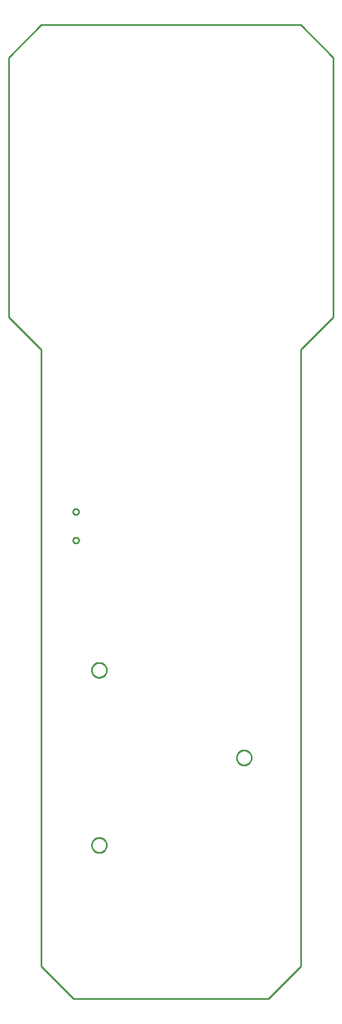
<source format=gbr>
G04 EAGLE Gerber RS-274X export*
G75*
%MOMM*%
%FSLAX34Y34*%
%LPD*%
%IN*%
%IPPOS*%
%AMOC8*
5,1,8,0,0,1.08239X$1,22.5*%
G01*
%ADD10C,0.000000*%
%ADD11C,0.254000*%


D10*
X400000Y1500000D02*
X0Y1500000D01*
X0Y1000000D02*
X0Y50000D01*
X0Y1000000D02*
X-50000Y1050000D01*
X-50000Y1450000D01*
X0Y1500000D01*
X400000Y1000000D02*
X400000Y50000D01*
X400000Y1000000D02*
X450000Y1050000D01*
X450000Y1450000D02*
X400000Y1500000D01*
X450000Y1450000D02*
X450000Y1050000D01*
X0Y50000D02*
X50000Y0D01*
X350000Y0D02*
X400000Y50000D01*
X350000Y0D02*
X50000Y0D01*
X301150Y371388D02*
X301153Y371669D01*
X301164Y371950D01*
X301181Y372230D01*
X301205Y372510D01*
X301236Y372790D01*
X301274Y373068D01*
X301319Y373346D01*
X301370Y373622D01*
X301428Y373897D01*
X301493Y374170D01*
X301565Y374442D01*
X301643Y374712D01*
X301728Y374980D01*
X301819Y375245D01*
X301917Y375509D01*
X302022Y375770D01*
X302132Y376028D01*
X302249Y376284D01*
X302373Y376536D01*
X302502Y376785D01*
X302638Y377032D01*
X302779Y377274D01*
X302926Y377514D01*
X303080Y377749D01*
X303239Y377981D01*
X303403Y378209D01*
X303573Y378432D01*
X303749Y378652D01*
X303930Y378867D01*
X304116Y379077D01*
X304307Y379283D01*
X304504Y379484D01*
X304705Y379681D01*
X304911Y379872D01*
X305121Y380058D01*
X305336Y380239D01*
X305556Y380415D01*
X305779Y380585D01*
X306007Y380749D01*
X306239Y380908D01*
X306474Y381062D01*
X306714Y381209D01*
X306956Y381350D01*
X307203Y381486D01*
X307452Y381615D01*
X307704Y381739D01*
X307960Y381856D01*
X308218Y381966D01*
X308479Y382071D01*
X308743Y382169D01*
X309008Y382260D01*
X309276Y382345D01*
X309546Y382423D01*
X309818Y382495D01*
X310091Y382560D01*
X310366Y382618D01*
X310642Y382669D01*
X310920Y382714D01*
X311198Y382752D01*
X311478Y382783D01*
X311758Y382807D01*
X312038Y382824D01*
X312319Y382835D01*
X312600Y382838D01*
X312881Y382835D01*
X313162Y382824D01*
X313442Y382807D01*
X313722Y382783D01*
X314002Y382752D01*
X314280Y382714D01*
X314558Y382669D01*
X314834Y382618D01*
X315109Y382560D01*
X315382Y382495D01*
X315654Y382423D01*
X315924Y382345D01*
X316192Y382260D01*
X316457Y382169D01*
X316721Y382071D01*
X316982Y381966D01*
X317240Y381856D01*
X317496Y381739D01*
X317748Y381615D01*
X317997Y381486D01*
X318244Y381350D01*
X318486Y381209D01*
X318726Y381062D01*
X318961Y380908D01*
X319193Y380749D01*
X319421Y380585D01*
X319644Y380415D01*
X319864Y380239D01*
X320079Y380058D01*
X320289Y379872D01*
X320495Y379681D01*
X320696Y379484D01*
X320893Y379283D01*
X321084Y379077D01*
X321270Y378867D01*
X321451Y378652D01*
X321627Y378432D01*
X321797Y378209D01*
X321961Y377981D01*
X322120Y377749D01*
X322274Y377514D01*
X322421Y377274D01*
X322562Y377032D01*
X322698Y376785D01*
X322827Y376536D01*
X322951Y376284D01*
X323068Y376028D01*
X323178Y375770D01*
X323283Y375509D01*
X323381Y375245D01*
X323472Y374980D01*
X323557Y374712D01*
X323635Y374442D01*
X323707Y374170D01*
X323772Y373897D01*
X323830Y373622D01*
X323881Y373346D01*
X323926Y373068D01*
X323964Y372790D01*
X323995Y372510D01*
X324019Y372230D01*
X324036Y371950D01*
X324047Y371669D01*
X324050Y371388D01*
X324047Y371107D01*
X324036Y370826D01*
X324019Y370546D01*
X323995Y370266D01*
X323964Y369986D01*
X323926Y369708D01*
X323881Y369430D01*
X323830Y369154D01*
X323772Y368879D01*
X323707Y368606D01*
X323635Y368334D01*
X323557Y368064D01*
X323472Y367796D01*
X323381Y367531D01*
X323283Y367267D01*
X323178Y367006D01*
X323068Y366748D01*
X322951Y366492D01*
X322827Y366240D01*
X322698Y365991D01*
X322562Y365744D01*
X322421Y365502D01*
X322274Y365262D01*
X322120Y365027D01*
X321961Y364795D01*
X321797Y364567D01*
X321627Y364344D01*
X321451Y364124D01*
X321270Y363909D01*
X321084Y363699D01*
X320893Y363493D01*
X320696Y363292D01*
X320495Y363095D01*
X320289Y362904D01*
X320079Y362718D01*
X319864Y362537D01*
X319644Y362361D01*
X319421Y362191D01*
X319193Y362027D01*
X318961Y361868D01*
X318726Y361714D01*
X318486Y361567D01*
X318244Y361426D01*
X317997Y361290D01*
X317748Y361161D01*
X317496Y361037D01*
X317240Y360920D01*
X316982Y360810D01*
X316721Y360705D01*
X316457Y360607D01*
X316192Y360516D01*
X315924Y360431D01*
X315654Y360353D01*
X315382Y360281D01*
X315109Y360216D01*
X314834Y360158D01*
X314558Y360107D01*
X314280Y360062D01*
X314002Y360024D01*
X313722Y359993D01*
X313442Y359969D01*
X313162Y359952D01*
X312881Y359941D01*
X312600Y359938D01*
X312319Y359941D01*
X312038Y359952D01*
X311758Y359969D01*
X311478Y359993D01*
X311198Y360024D01*
X310920Y360062D01*
X310642Y360107D01*
X310366Y360158D01*
X310091Y360216D01*
X309818Y360281D01*
X309546Y360353D01*
X309276Y360431D01*
X309008Y360516D01*
X308743Y360607D01*
X308479Y360705D01*
X308218Y360810D01*
X307960Y360920D01*
X307704Y361037D01*
X307452Y361161D01*
X307203Y361290D01*
X306956Y361426D01*
X306714Y361567D01*
X306474Y361714D01*
X306239Y361868D01*
X306007Y362027D01*
X305779Y362191D01*
X305556Y362361D01*
X305336Y362537D01*
X305121Y362718D01*
X304911Y362904D01*
X304705Y363095D01*
X304504Y363292D01*
X304307Y363493D01*
X304116Y363699D01*
X303930Y363909D01*
X303749Y364124D01*
X303573Y364344D01*
X303403Y364567D01*
X303239Y364795D01*
X303080Y365027D01*
X302926Y365262D01*
X302779Y365502D01*
X302638Y365744D01*
X302502Y365991D01*
X302373Y366240D01*
X302249Y366492D01*
X302132Y366748D01*
X302022Y367006D01*
X301917Y367267D01*
X301819Y367531D01*
X301728Y367796D01*
X301643Y368064D01*
X301565Y368334D01*
X301493Y368606D01*
X301428Y368879D01*
X301370Y369154D01*
X301319Y369430D01*
X301274Y369708D01*
X301236Y369986D01*
X301205Y370266D01*
X301181Y370546D01*
X301164Y370826D01*
X301153Y371107D01*
X301150Y371388D01*
X77650Y506288D02*
X77653Y506569D01*
X77664Y506850D01*
X77681Y507130D01*
X77705Y507410D01*
X77736Y507690D01*
X77774Y507968D01*
X77819Y508246D01*
X77870Y508522D01*
X77928Y508797D01*
X77993Y509070D01*
X78065Y509342D01*
X78143Y509612D01*
X78228Y509880D01*
X78319Y510145D01*
X78417Y510409D01*
X78522Y510670D01*
X78632Y510928D01*
X78749Y511184D01*
X78873Y511436D01*
X79002Y511685D01*
X79138Y511932D01*
X79279Y512174D01*
X79426Y512414D01*
X79580Y512649D01*
X79739Y512881D01*
X79903Y513109D01*
X80073Y513332D01*
X80249Y513552D01*
X80430Y513767D01*
X80616Y513977D01*
X80807Y514183D01*
X81004Y514384D01*
X81205Y514581D01*
X81411Y514772D01*
X81621Y514958D01*
X81836Y515139D01*
X82056Y515315D01*
X82279Y515485D01*
X82507Y515649D01*
X82739Y515808D01*
X82974Y515962D01*
X83214Y516109D01*
X83456Y516250D01*
X83703Y516386D01*
X83952Y516515D01*
X84204Y516639D01*
X84460Y516756D01*
X84718Y516866D01*
X84979Y516971D01*
X85243Y517069D01*
X85508Y517160D01*
X85776Y517245D01*
X86046Y517323D01*
X86318Y517395D01*
X86591Y517460D01*
X86866Y517518D01*
X87142Y517569D01*
X87420Y517614D01*
X87698Y517652D01*
X87978Y517683D01*
X88258Y517707D01*
X88538Y517724D01*
X88819Y517735D01*
X89100Y517738D01*
X89381Y517735D01*
X89662Y517724D01*
X89942Y517707D01*
X90222Y517683D01*
X90502Y517652D01*
X90780Y517614D01*
X91058Y517569D01*
X91334Y517518D01*
X91609Y517460D01*
X91882Y517395D01*
X92154Y517323D01*
X92424Y517245D01*
X92692Y517160D01*
X92957Y517069D01*
X93221Y516971D01*
X93482Y516866D01*
X93740Y516756D01*
X93996Y516639D01*
X94248Y516515D01*
X94497Y516386D01*
X94744Y516250D01*
X94986Y516109D01*
X95226Y515962D01*
X95461Y515808D01*
X95693Y515649D01*
X95921Y515485D01*
X96144Y515315D01*
X96364Y515139D01*
X96579Y514958D01*
X96789Y514772D01*
X96995Y514581D01*
X97196Y514384D01*
X97393Y514183D01*
X97584Y513977D01*
X97770Y513767D01*
X97951Y513552D01*
X98127Y513332D01*
X98297Y513109D01*
X98461Y512881D01*
X98620Y512649D01*
X98774Y512414D01*
X98921Y512174D01*
X99062Y511932D01*
X99198Y511685D01*
X99327Y511436D01*
X99451Y511184D01*
X99568Y510928D01*
X99678Y510670D01*
X99783Y510409D01*
X99881Y510145D01*
X99972Y509880D01*
X100057Y509612D01*
X100135Y509342D01*
X100207Y509070D01*
X100272Y508797D01*
X100330Y508522D01*
X100381Y508246D01*
X100426Y507968D01*
X100464Y507690D01*
X100495Y507410D01*
X100519Y507130D01*
X100536Y506850D01*
X100547Y506569D01*
X100550Y506288D01*
X100547Y506007D01*
X100536Y505726D01*
X100519Y505446D01*
X100495Y505166D01*
X100464Y504886D01*
X100426Y504608D01*
X100381Y504330D01*
X100330Y504054D01*
X100272Y503779D01*
X100207Y503506D01*
X100135Y503234D01*
X100057Y502964D01*
X99972Y502696D01*
X99881Y502431D01*
X99783Y502167D01*
X99678Y501906D01*
X99568Y501648D01*
X99451Y501392D01*
X99327Y501140D01*
X99198Y500891D01*
X99062Y500644D01*
X98921Y500402D01*
X98774Y500162D01*
X98620Y499927D01*
X98461Y499695D01*
X98297Y499467D01*
X98127Y499244D01*
X97951Y499024D01*
X97770Y498809D01*
X97584Y498599D01*
X97393Y498393D01*
X97196Y498192D01*
X96995Y497995D01*
X96789Y497804D01*
X96579Y497618D01*
X96364Y497437D01*
X96144Y497261D01*
X95921Y497091D01*
X95693Y496927D01*
X95461Y496768D01*
X95226Y496614D01*
X94986Y496467D01*
X94744Y496326D01*
X94497Y496190D01*
X94248Y496061D01*
X93996Y495937D01*
X93740Y495820D01*
X93482Y495710D01*
X93221Y495605D01*
X92957Y495507D01*
X92692Y495416D01*
X92424Y495331D01*
X92154Y495253D01*
X91882Y495181D01*
X91609Y495116D01*
X91334Y495058D01*
X91058Y495007D01*
X90780Y494962D01*
X90502Y494924D01*
X90222Y494893D01*
X89942Y494869D01*
X89662Y494852D01*
X89381Y494841D01*
X89100Y494838D01*
X88819Y494841D01*
X88538Y494852D01*
X88258Y494869D01*
X87978Y494893D01*
X87698Y494924D01*
X87420Y494962D01*
X87142Y495007D01*
X86866Y495058D01*
X86591Y495116D01*
X86318Y495181D01*
X86046Y495253D01*
X85776Y495331D01*
X85508Y495416D01*
X85243Y495507D01*
X84979Y495605D01*
X84718Y495710D01*
X84460Y495820D01*
X84204Y495937D01*
X83952Y496061D01*
X83703Y496190D01*
X83456Y496326D01*
X83214Y496467D01*
X82974Y496614D01*
X82739Y496768D01*
X82507Y496927D01*
X82279Y497091D01*
X82056Y497261D01*
X81836Y497437D01*
X81621Y497618D01*
X81411Y497804D01*
X81205Y497995D01*
X81004Y498192D01*
X80807Y498393D01*
X80616Y498599D01*
X80430Y498809D01*
X80249Y499024D01*
X80073Y499244D01*
X79903Y499467D01*
X79739Y499695D01*
X79580Y499927D01*
X79426Y500162D01*
X79279Y500402D01*
X79138Y500644D01*
X79002Y500891D01*
X78873Y501140D01*
X78749Y501392D01*
X78632Y501648D01*
X78522Y501906D01*
X78417Y502167D01*
X78319Y502431D01*
X78228Y502696D01*
X78143Y502964D01*
X78065Y503234D01*
X77993Y503506D01*
X77928Y503779D01*
X77870Y504054D01*
X77819Y504330D01*
X77774Y504608D01*
X77736Y504886D01*
X77705Y505166D01*
X77681Y505446D01*
X77664Y505726D01*
X77653Y506007D01*
X77650Y506288D01*
X77650Y236588D02*
X77653Y236869D01*
X77664Y237150D01*
X77681Y237430D01*
X77705Y237710D01*
X77736Y237990D01*
X77774Y238268D01*
X77819Y238546D01*
X77870Y238822D01*
X77928Y239097D01*
X77993Y239370D01*
X78065Y239642D01*
X78143Y239912D01*
X78228Y240180D01*
X78319Y240445D01*
X78417Y240709D01*
X78522Y240970D01*
X78632Y241228D01*
X78749Y241484D01*
X78873Y241736D01*
X79002Y241985D01*
X79138Y242232D01*
X79279Y242474D01*
X79426Y242714D01*
X79580Y242949D01*
X79739Y243181D01*
X79903Y243409D01*
X80073Y243632D01*
X80249Y243852D01*
X80430Y244067D01*
X80616Y244277D01*
X80807Y244483D01*
X81004Y244684D01*
X81205Y244881D01*
X81411Y245072D01*
X81621Y245258D01*
X81836Y245439D01*
X82056Y245615D01*
X82279Y245785D01*
X82507Y245949D01*
X82739Y246108D01*
X82974Y246262D01*
X83214Y246409D01*
X83456Y246550D01*
X83703Y246686D01*
X83952Y246815D01*
X84204Y246939D01*
X84460Y247056D01*
X84718Y247166D01*
X84979Y247271D01*
X85243Y247369D01*
X85508Y247460D01*
X85776Y247545D01*
X86046Y247623D01*
X86318Y247695D01*
X86591Y247760D01*
X86866Y247818D01*
X87142Y247869D01*
X87420Y247914D01*
X87698Y247952D01*
X87978Y247983D01*
X88258Y248007D01*
X88538Y248024D01*
X88819Y248035D01*
X89100Y248038D01*
X89381Y248035D01*
X89662Y248024D01*
X89942Y248007D01*
X90222Y247983D01*
X90502Y247952D01*
X90780Y247914D01*
X91058Y247869D01*
X91334Y247818D01*
X91609Y247760D01*
X91882Y247695D01*
X92154Y247623D01*
X92424Y247545D01*
X92692Y247460D01*
X92957Y247369D01*
X93221Y247271D01*
X93482Y247166D01*
X93740Y247056D01*
X93996Y246939D01*
X94248Y246815D01*
X94497Y246686D01*
X94744Y246550D01*
X94986Y246409D01*
X95226Y246262D01*
X95461Y246108D01*
X95693Y245949D01*
X95921Y245785D01*
X96144Y245615D01*
X96364Y245439D01*
X96579Y245258D01*
X96789Y245072D01*
X96995Y244881D01*
X97196Y244684D01*
X97393Y244483D01*
X97584Y244277D01*
X97770Y244067D01*
X97951Y243852D01*
X98127Y243632D01*
X98297Y243409D01*
X98461Y243181D01*
X98620Y242949D01*
X98774Y242714D01*
X98921Y242474D01*
X99062Y242232D01*
X99198Y241985D01*
X99327Y241736D01*
X99451Y241484D01*
X99568Y241228D01*
X99678Y240970D01*
X99783Y240709D01*
X99881Y240445D01*
X99972Y240180D01*
X100057Y239912D01*
X100135Y239642D01*
X100207Y239370D01*
X100272Y239097D01*
X100330Y238822D01*
X100381Y238546D01*
X100426Y238268D01*
X100464Y237990D01*
X100495Y237710D01*
X100519Y237430D01*
X100536Y237150D01*
X100547Y236869D01*
X100550Y236588D01*
X100547Y236307D01*
X100536Y236026D01*
X100519Y235746D01*
X100495Y235466D01*
X100464Y235186D01*
X100426Y234908D01*
X100381Y234630D01*
X100330Y234354D01*
X100272Y234079D01*
X100207Y233806D01*
X100135Y233534D01*
X100057Y233264D01*
X99972Y232996D01*
X99881Y232731D01*
X99783Y232467D01*
X99678Y232206D01*
X99568Y231948D01*
X99451Y231692D01*
X99327Y231440D01*
X99198Y231191D01*
X99062Y230944D01*
X98921Y230702D01*
X98774Y230462D01*
X98620Y230227D01*
X98461Y229995D01*
X98297Y229767D01*
X98127Y229544D01*
X97951Y229324D01*
X97770Y229109D01*
X97584Y228899D01*
X97393Y228693D01*
X97196Y228492D01*
X96995Y228295D01*
X96789Y228104D01*
X96579Y227918D01*
X96364Y227737D01*
X96144Y227561D01*
X95921Y227391D01*
X95693Y227227D01*
X95461Y227068D01*
X95226Y226914D01*
X94986Y226767D01*
X94744Y226626D01*
X94497Y226490D01*
X94248Y226361D01*
X93996Y226237D01*
X93740Y226120D01*
X93482Y226010D01*
X93221Y225905D01*
X92957Y225807D01*
X92692Y225716D01*
X92424Y225631D01*
X92154Y225553D01*
X91882Y225481D01*
X91609Y225416D01*
X91334Y225358D01*
X91058Y225307D01*
X90780Y225262D01*
X90502Y225224D01*
X90222Y225193D01*
X89942Y225169D01*
X89662Y225152D01*
X89381Y225141D01*
X89100Y225138D01*
X88819Y225141D01*
X88538Y225152D01*
X88258Y225169D01*
X87978Y225193D01*
X87698Y225224D01*
X87420Y225262D01*
X87142Y225307D01*
X86866Y225358D01*
X86591Y225416D01*
X86318Y225481D01*
X86046Y225553D01*
X85776Y225631D01*
X85508Y225716D01*
X85243Y225807D01*
X84979Y225905D01*
X84718Y226010D01*
X84460Y226120D01*
X84204Y226237D01*
X83952Y226361D01*
X83703Y226490D01*
X83456Y226626D01*
X83214Y226767D01*
X82974Y226914D01*
X82739Y227068D01*
X82507Y227227D01*
X82279Y227391D01*
X82056Y227561D01*
X81836Y227737D01*
X81621Y227918D01*
X81411Y228104D01*
X81205Y228295D01*
X81004Y228492D01*
X80807Y228693D01*
X80616Y228899D01*
X80430Y229109D01*
X80249Y229324D01*
X80073Y229544D01*
X79903Y229767D01*
X79739Y229995D01*
X79580Y230227D01*
X79426Y230462D01*
X79279Y230702D01*
X79138Y230944D01*
X79002Y231191D01*
X78873Y231440D01*
X78749Y231692D01*
X78632Y231948D01*
X78522Y232206D01*
X78417Y232467D01*
X78319Y232731D01*
X78228Y232996D01*
X78143Y233264D01*
X78065Y233534D01*
X77993Y233806D01*
X77928Y234079D01*
X77870Y234354D01*
X77819Y234630D01*
X77774Y234908D01*
X77736Y235186D01*
X77705Y235466D01*
X77681Y235746D01*
X77664Y236026D01*
X77653Y236307D01*
X77650Y236588D01*
X48840Y706218D02*
X48842Y706352D01*
X48848Y706486D01*
X48858Y706619D01*
X48872Y706753D01*
X48890Y706886D01*
X48912Y707018D01*
X48937Y707149D01*
X48967Y707280D01*
X49001Y707410D01*
X49038Y707538D01*
X49079Y707666D01*
X49124Y707792D01*
X49173Y707917D01*
X49225Y708040D01*
X49281Y708162D01*
X49341Y708282D01*
X49404Y708400D01*
X49471Y708516D01*
X49541Y708630D01*
X49615Y708742D01*
X49692Y708852D01*
X49772Y708960D01*
X49855Y709065D01*
X49941Y709167D01*
X50030Y709267D01*
X50123Y709364D01*
X50218Y709459D01*
X50316Y709550D01*
X50416Y709639D01*
X50519Y709724D01*
X50625Y709807D01*
X50733Y709886D01*
X50843Y709962D01*
X50956Y710035D01*
X51071Y710104D01*
X51187Y710170D01*
X51306Y710232D01*
X51426Y710291D01*
X51549Y710346D01*
X51672Y710398D01*
X51797Y710445D01*
X51924Y710489D01*
X52052Y710530D01*
X52181Y710566D01*
X52311Y710599D01*
X52442Y710627D01*
X52573Y710652D01*
X52706Y710673D01*
X52839Y710690D01*
X52972Y710703D01*
X53106Y710712D01*
X53240Y710717D01*
X53374Y710718D01*
X53507Y710715D01*
X53641Y710708D01*
X53775Y710697D01*
X53908Y710682D01*
X54041Y710663D01*
X54173Y710640D01*
X54304Y710614D01*
X54434Y710583D01*
X54564Y710548D01*
X54692Y710510D01*
X54819Y710468D01*
X54945Y710422D01*
X55070Y710372D01*
X55193Y710319D01*
X55314Y710262D01*
X55434Y710201D01*
X55551Y710137D01*
X55667Y710070D01*
X55781Y709999D01*
X55892Y709924D01*
X56001Y709847D01*
X56108Y709766D01*
X56213Y709682D01*
X56314Y709595D01*
X56414Y709505D01*
X56510Y709412D01*
X56604Y709316D01*
X56695Y709217D01*
X56782Y709116D01*
X56867Y709012D01*
X56949Y708906D01*
X57027Y708798D01*
X57102Y708687D01*
X57174Y708574D01*
X57243Y708458D01*
X57308Y708341D01*
X57369Y708222D01*
X57427Y708101D01*
X57481Y707979D01*
X57532Y707855D01*
X57579Y707729D01*
X57622Y707602D01*
X57661Y707474D01*
X57697Y707345D01*
X57728Y707215D01*
X57756Y707084D01*
X57780Y706952D01*
X57800Y706819D01*
X57816Y706686D01*
X57828Y706553D01*
X57836Y706419D01*
X57840Y706285D01*
X57840Y706151D01*
X57836Y706017D01*
X57828Y705883D01*
X57816Y705750D01*
X57800Y705617D01*
X57780Y705484D01*
X57756Y705352D01*
X57728Y705221D01*
X57697Y705091D01*
X57661Y704962D01*
X57622Y704834D01*
X57579Y704707D01*
X57532Y704581D01*
X57481Y704457D01*
X57427Y704335D01*
X57369Y704214D01*
X57308Y704095D01*
X57243Y703978D01*
X57174Y703862D01*
X57102Y703749D01*
X57027Y703638D01*
X56949Y703530D01*
X56867Y703424D01*
X56782Y703320D01*
X56695Y703219D01*
X56604Y703120D01*
X56510Y703024D01*
X56414Y702931D01*
X56314Y702841D01*
X56213Y702754D01*
X56108Y702670D01*
X56001Y702589D01*
X55892Y702512D01*
X55781Y702437D01*
X55667Y702366D01*
X55551Y702299D01*
X55434Y702235D01*
X55314Y702174D01*
X55193Y702117D01*
X55070Y702064D01*
X54945Y702014D01*
X54819Y701968D01*
X54692Y701926D01*
X54564Y701888D01*
X54434Y701853D01*
X54304Y701822D01*
X54173Y701796D01*
X54041Y701773D01*
X53908Y701754D01*
X53775Y701739D01*
X53641Y701728D01*
X53507Y701721D01*
X53374Y701718D01*
X53240Y701719D01*
X53106Y701724D01*
X52972Y701733D01*
X52839Y701746D01*
X52706Y701763D01*
X52573Y701784D01*
X52442Y701809D01*
X52311Y701837D01*
X52181Y701870D01*
X52052Y701906D01*
X51924Y701947D01*
X51797Y701991D01*
X51672Y702038D01*
X51549Y702090D01*
X51426Y702145D01*
X51306Y702204D01*
X51187Y702266D01*
X51071Y702332D01*
X50956Y702401D01*
X50843Y702474D01*
X50733Y702550D01*
X50625Y702629D01*
X50519Y702712D01*
X50416Y702797D01*
X50316Y702886D01*
X50218Y702977D01*
X50123Y703072D01*
X50030Y703169D01*
X49941Y703269D01*
X49855Y703371D01*
X49772Y703476D01*
X49692Y703584D01*
X49615Y703694D01*
X49541Y703806D01*
X49471Y703920D01*
X49404Y704036D01*
X49341Y704154D01*
X49281Y704274D01*
X49225Y704396D01*
X49173Y704519D01*
X49124Y704644D01*
X49079Y704770D01*
X49038Y704898D01*
X49001Y705026D01*
X48967Y705156D01*
X48937Y705287D01*
X48912Y705418D01*
X48890Y705550D01*
X48872Y705683D01*
X48858Y705817D01*
X48848Y705950D01*
X48842Y706084D01*
X48840Y706218D01*
X48840Y750218D02*
X48842Y750352D01*
X48848Y750486D01*
X48858Y750619D01*
X48872Y750753D01*
X48890Y750886D01*
X48912Y751018D01*
X48937Y751149D01*
X48967Y751280D01*
X49001Y751410D01*
X49038Y751538D01*
X49079Y751666D01*
X49124Y751792D01*
X49173Y751917D01*
X49225Y752040D01*
X49281Y752162D01*
X49341Y752282D01*
X49404Y752400D01*
X49471Y752516D01*
X49541Y752630D01*
X49615Y752742D01*
X49692Y752852D01*
X49772Y752960D01*
X49855Y753065D01*
X49941Y753167D01*
X50030Y753267D01*
X50123Y753364D01*
X50218Y753459D01*
X50316Y753550D01*
X50416Y753639D01*
X50519Y753724D01*
X50625Y753807D01*
X50733Y753886D01*
X50843Y753962D01*
X50956Y754035D01*
X51071Y754104D01*
X51187Y754170D01*
X51306Y754232D01*
X51426Y754291D01*
X51549Y754346D01*
X51672Y754398D01*
X51797Y754445D01*
X51924Y754489D01*
X52052Y754530D01*
X52181Y754566D01*
X52311Y754599D01*
X52442Y754627D01*
X52573Y754652D01*
X52706Y754673D01*
X52839Y754690D01*
X52972Y754703D01*
X53106Y754712D01*
X53240Y754717D01*
X53374Y754718D01*
X53507Y754715D01*
X53641Y754708D01*
X53775Y754697D01*
X53908Y754682D01*
X54041Y754663D01*
X54173Y754640D01*
X54304Y754614D01*
X54434Y754583D01*
X54564Y754548D01*
X54692Y754510D01*
X54819Y754468D01*
X54945Y754422D01*
X55070Y754372D01*
X55193Y754319D01*
X55314Y754262D01*
X55434Y754201D01*
X55551Y754137D01*
X55667Y754070D01*
X55781Y753999D01*
X55892Y753924D01*
X56001Y753847D01*
X56108Y753766D01*
X56213Y753682D01*
X56314Y753595D01*
X56414Y753505D01*
X56510Y753412D01*
X56604Y753316D01*
X56695Y753217D01*
X56782Y753116D01*
X56867Y753012D01*
X56949Y752906D01*
X57027Y752798D01*
X57102Y752687D01*
X57174Y752574D01*
X57243Y752458D01*
X57308Y752341D01*
X57369Y752222D01*
X57427Y752101D01*
X57481Y751979D01*
X57532Y751855D01*
X57579Y751729D01*
X57622Y751602D01*
X57661Y751474D01*
X57697Y751345D01*
X57728Y751215D01*
X57756Y751084D01*
X57780Y750952D01*
X57800Y750819D01*
X57816Y750686D01*
X57828Y750553D01*
X57836Y750419D01*
X57840Y750285D01*
X57840Y750151D01*
X57836Y750017D01*
X57828Y749883D01*
X57816Y749750D01*
X57800Y749617D01*
X57780Y749484D01*
X57756Y749352D01*
X57728Y749221D01*
X57697Y749091D01*
X57661Y748962D01*
X57622Y748834D01*
X57579Y748707D01*
X57532Y748581D01*
X57481Y748457D01*
X57427Y748335D01*
X57369Y748214D01*
X57308Y748095D01*
X57243Y747978D01*
X57174Y747862D01*
X57102Y747749D01*
X57027Y747638D01*
X56949Y747530D01*
X56867Y747424D01*
X56782Y747320D01*
X56695Y747219D01*
X56604Y747120D01*
X56510Y747024D01*
X56414Y746931D01*
X56314Y746841D01*
X56213Y746754D01*
X56108Y746670D01*
X56001Y746589D01*
X55892Y746512D01*
X55781Y746437D01*
X55667Y746366D01*
X55551Y746299D01*
X55434Y746235D01*
X55314Y746174D01*
X55193Y746117D01*
X55070Y746064D01*
X54945Y746014D01*
X54819Y745968D01*
X54692Y745926D01*
X54564Y745888D01*
X54434Y745853D01*
X54304Y745822D01*
X54173Y745796D01*
X54041Y745773D01*
X53908Y745754D01*
X53775Y745739D01*
X53641Y745728D01*
X53507Y745721D01*
X53374Y745718D01*
X53240Y745719D01*
X53106Y745724D01*
X52972Y745733D01*
X52839Y745746D01*
X52706Y745763D01*
X52573Y745784D01*
X52442Y745809D01*
X52311Y745837D01*
X52181Y745870D01*
X52052Y745906D01*
X51924Y745947D01*
X51797Y745991D01*
X51672Y746038D01*
X51549Y746090D01*
X51426Y746145D01*
X51306Y746204D01*
X51187Y746266D01*
X51071Y746332D01*
X50956Y746401D01*
X50843Y746474D01*
X50733Y746550D01*
X50625Y746629D01*
X50519Y746712D01*
X50416Y746797D01*
X50316Y746886D01*
X50218Y746977D01*
X50123Y747072D01*
X50030Y747169D01*
X49941Y747269D01*
X49855Y747371D01*
X49772Y747476D01*
X49692Y747584D01*
X49615Y747694D01*
X49541Y747806D01*
X49471Y747920D01*
X49404Y748036D01*
X49341Y748154D01*
X49281Y748274D01*
X49225Y748396D01*
X49173Y748519D01*
X49124Y748644D01*
X49079Y748770D01*
X49038Y748898D01*
X49001Y749026D01*
X48967Y749156D01*
X48937Y749287D01*
X48912Y749418D01*
X48890Y749550D01*
X48872Y749683D01*
X48858Y749817D01*
X48848Y749950D01*
X48842Y750084D01*
X48840Y750218D01*
D11*
X-50000Y1050000D02*
X0Y1000000D01*
X0Y50000D01*
X50000Y0D01*
X350000Y0D01*
X400000Y50000D01*
X400000Y1000000D01*
X450000Y1050000D01*
X450000Y1450000D01*
X400000Y1500000D01*
X0Y1500000D01*
X-50000Y1450000D01*
X-50000Y1050000D01*
X313050Y359938D02*
X313947Y360009D01*
X314836Y360149D01*
X315710Y360359D01*
X316566Y360637D01*
X317397Y360982D01*
X318199Y361390D01*
X318966Y361860D01*
X319694Y362389D01*
X320378Y362974D01*
X321014Y363610D01*
X321599Y364294D01*
X322128Y365022D01*
X322598Y365789D01*
X323006Y366591D01*
X323351Y367422D01*
X323629Y368278D01*
X323839Y369153D01*
X323979Y370041D01*
X324050Y370938D01*
X324050Y371838D01*
X323979Y372735D01*
X323839Y373624D01*
X323629Y374498D01*
X323351Y375354D01*
X323006Y376185D01*
X322598Y376987D01*
X322128Y377754D01*
X321599Y378482D01*
X321014Y379166D01*
X320378Y379802D01*
X319694Y380387D01*
X318966Y380916D01*
X318199Y381386D01*
X317397Y381794D01*
X316566Y382139D01*
X315710Y382417D01*
X314836Y382627D01*
X313947Y382767D01*
X313050Y382838D01*
X312150Y382838D01*
X311253Y382767D01*
X310365Y382627D01*
X309490Y382417D01*
X308634Y382139D01*
X307803Y381794D01*
X307001Y381386D01*
X306234Y380916D01*
X305506Y380387D01*
X304822Y379802D01*
X304186Y379166D01*
X303601Y378482D01*
X303072Y377754D01*
X302602Y376987D01*
X302194Y376185D01*
X301849Y375354D01*
X301571Y374498D01*
X301361Y373624D01*
X301221Y372735D01*
X301150Y371838D01*
X301150Y370938D01*
X301221Y370041D01*
X301361Y369153D01*
X301571Y368278D01*
X301849Y367422D01*
X302194Y366591D01*
X302602Y365789D01*
X303072Y365022D01*
X303601Y364294D01*
X304186Y363610D01*
X304822Y362974D01*
X305506Y362389D01*
X306234Y361860D01*
X307001Y361390D01*
X307803Y360982D01*
X308634Y360637D01*
X309490Y360359D01*
X310365Y360149D01*
X311253Y360009D01*
X312150Y359938D01*
X313050Y359938D01*
X89550Y494838D02*
X90447Y494909D01*
X91336Y495049D01*
X92210Y495259D01*
X93066Y495537D01*
X93897Y495882D01*
X94699Y496290D01*
X95466Y496760D01*
X96194Y497289D01*
X96878Y497874D01*
X97514Y498510D01*
X98099Y499194D01*
X98628Y499922D01*
X99098Y500689D01*
X99506Y501491D01*
X99851Y502322D01*
X100129Y503178D01*
X100339Y504053D01*
X100479Y504941D01*
X100550Y505838D01*
X100550Y506738D01*
X100479Y507635D01*
X100339Y508524D01*
X100129Y509398D01*
X99851Y510254D01*
X99506Y511085D01*
X99098Y511887D01*
X98628Y512654D01*
X98099Y513382D01*
X97514Y514066D01*
X96878Y514702D01*
X96194Y515287D01*
X95466Y515816D01*
X94699Y516286D01*
X93897Y516694D01*
X93066Y517039D01*
X92210Y517317D01*
X91336Y517527D01*
X90447Y517667D01*
X89550Y517738D01*
X88650Y517738D01*
X87753Y517667D01*
X86865Y517527D01*
X85990Y517317D01*
X85134Y517039D01*
X84303Y516694D01*
X83501Y516286D01*
X82734Y515816D01*
X82006Y515287D01*
X81322Y514702D01*
X80686Y514066D01*
X80101Y513382D01*
X79572Y512654D01*
X79102Y511887D01*
X78694Y511085D01*
X78349Y510254D01*
X78071Y509398D01*
X77861Y508524D01*
X77721Y507635D01*
X77650Y506738D01*
X77650Y505838D01*
X77721Y504941D01*
X77861Y504053D01*
X78071Y503178D01*
X78349Y502322D01*
X78694Y501491D01*
X79102Y500689D01*
X79572Y499922D01*
X80101Y499194D01*
X80686Y498510D01*
X81322Y497874D01*
X82006Y497289D01*
X82734Y496760D01*
X83501Y496290D01*
X84303Y495882D01*
X85134Y495537D01*
X85990Y495259D01*
X86865Y495049D01*
X87753Y494909D01*
X88650Y494838D01*
X89550Y494838D01*
X89550Y225138D02*
X90447Y225209D01*
X91336Y225349D01*
X92210Y225559D01*
X93066Y225837D01*
X93897Y226182D01*
X94699Y226590D01*
X95466Y227060D01*
X96194Y227589D01*
X96878Y228174D01*
X97514Y228810D01*
X98099Y229494D01*
X98628Y230222D01*
X99098Y230989D01*
X99506Y231791D01*
X99851Y232622D01*
X100129Y233478D01*
X100339Y234353D01*
X100479Y235241D01*
X100550Y236138D01*
X100550Y237038D01*
X100479Y237935D01*
X100339Y238824D01*
X100129Y239698D01*
X99851Y240554D01*
X99506Y241385D01*
X99098Y242187D01*
X98628Y242954D01*
X98099Y243682D01*
X97514Y244366D01*
X96878Y245002D01*
X96194Y245587D01*
X95466Y246116D01*
X94699Y246586D01*
X93897Y246994D01*
X93066Y247339D01*
X92210Y247617D01*
X91336Y247827D01*
X90447Y247967D01*
X89550Y248038D01*
X88650Y248038D01*
X87753Y247967D01*
X86865Y247827D01*
X85990Y247617D01*
X85134Y247339D01*
X84303Y246994D01*
X83501Y246586D01*
X82734Y246116D01*
X82006Y245587D01*
X81322Y245002D01*
X80686Y244366D01*
X80101Y243682D01*
X79572Y242954D01*
X79102Y242187D01*
X78694Y241385D01*
X78349Y240554D01*
X78071Y239698D01*
X77861Y238824D01*
X77721Y237935D01*
X77650Y237038D01*
X77650Y236138D01*
X77721Y235241D01*
X77861Y234353D01*
X78071Y233478D01*
X78349Y232622D01*
X78694Y231791D01*
X79102Y230989D01*
X79572Y230222D01*
X80101Y229494D01*
X80686Y228810D01*
X81322Y228174D01*
X82006Y227589D01*
X82734Y227060D01*
X83501Y226590D01*
X84303Y226182D01*
X85134Y225837D01*
X85990Y225559D01*
X86865Y225349D01*
X87753Y225209D01*
X88650Y225138D01*
X89550Y225138D01*
X57840Y706513D02*
X57763Y707098D01*
X57610Y707668D01*
X57385Y708213D01*
X57090Y708723D01*
X56731Y709191D01*
X56313Y709609D01*
X55845Y709968D01*
X55335Y710263D01*
X54790Y710488D01*
X54220Y710641D01*
X53635Y710718D01*
X53045Y710718D01*
X52460Y710641D01*
X51890Y710488D01*
X51345Y710263D01*
X50835Y709968D01*
X50367Y709609D01*
X49949Y709191D01*
X49590Y708723D01*
X49295Y708213D01*
X49070Y707668D01*
X48917Y707098D01*
X48840Y706513D01*
X48840Y705923D01*
X48917Y705338D01*
X49070Y704768D01*
X49295Y704223D01*
X49590Y703713D01*
X49949Y703245D01*
X50367Y702827D01*
X50835Y702468D01*
X51345Y702173D01*
X51890Y701948D01*
X52460Y701795D01*
X53045Y701718D01*
X53635Y701718D01*
X54220Y701795D01*
X54790Y701948D01*
X55335Y702173D01*
X55845Y702468D01*
X56313Y702827D01*
X56731Y703245D01*
X57090Y703713D01*
X57385Y704223D01*
X57610Y704768D01*
X57763Y705338D01*
X57840Y705923D01*
X57840Y706513D01*
X57840Y750513D02*
X57763Y751098D01*
X57610Y751668D01*
X57385Y752213D01*
X57090Y752723D01*
X56731Y753191D01*
X56313Y753609D01*
X55845Y753968D01*
X55335Y754263D01*
X54790Y754488D01*
X54220Y754641D01*
X53635Y754718D01*
X53045Y754718D01*
X52460Y754641D01*
X51890Y754488D01*
X51345Y754263D01*
X50835Y753968D01*
X50367Y753609D01*
X49949Y753191D01*
X49590Y752723D01*
X49295Y752213D01*
X49070Y751668D01*
X48917Y751098D01*
X48840Y750513D01*
X48840Y749923D01*
X48917Y749338D01*
X49070Y748768D01*
X49295Y748223D01*
X49590Y747713D01*
X49949Y747245D01*
X50367Y746827D01*
X50835Y746468D01*
X51345Y746173D01*
X51890Y745948D01*
X52460Y745795D01*
X53045Y745718D01*
X53635Y745718D01*
X54220Y745795D01*
X54790Y745948D01*
X55335Y746173D01*
X55845Y746468D01*
X56313Y746827D01*
X56731Y747245D01*
X57090Y747713D01*
X57385Y748223D01*
X57610Y748768D01*
X57763Y749338D01*
X57840Y749923D01*
X57840Y750513D01*
M02*

</source>
